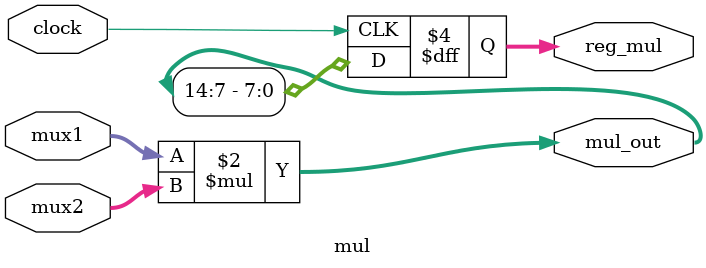
<source format=sv>
module mul (input logic clock,               
            input logic signed[7:0]  mux1,mux2,//data			  
			  output logic [7:0] reg_mul,
output logic [15:0] mul_out); 		      


always_comb
  begin
    mul_out=mux1*mux2;
  end
 
always_ff @ (posedge clock)
 begin 
       reg_mul	<= mul_out[14:7];
    
  end

endmodule
</source>
